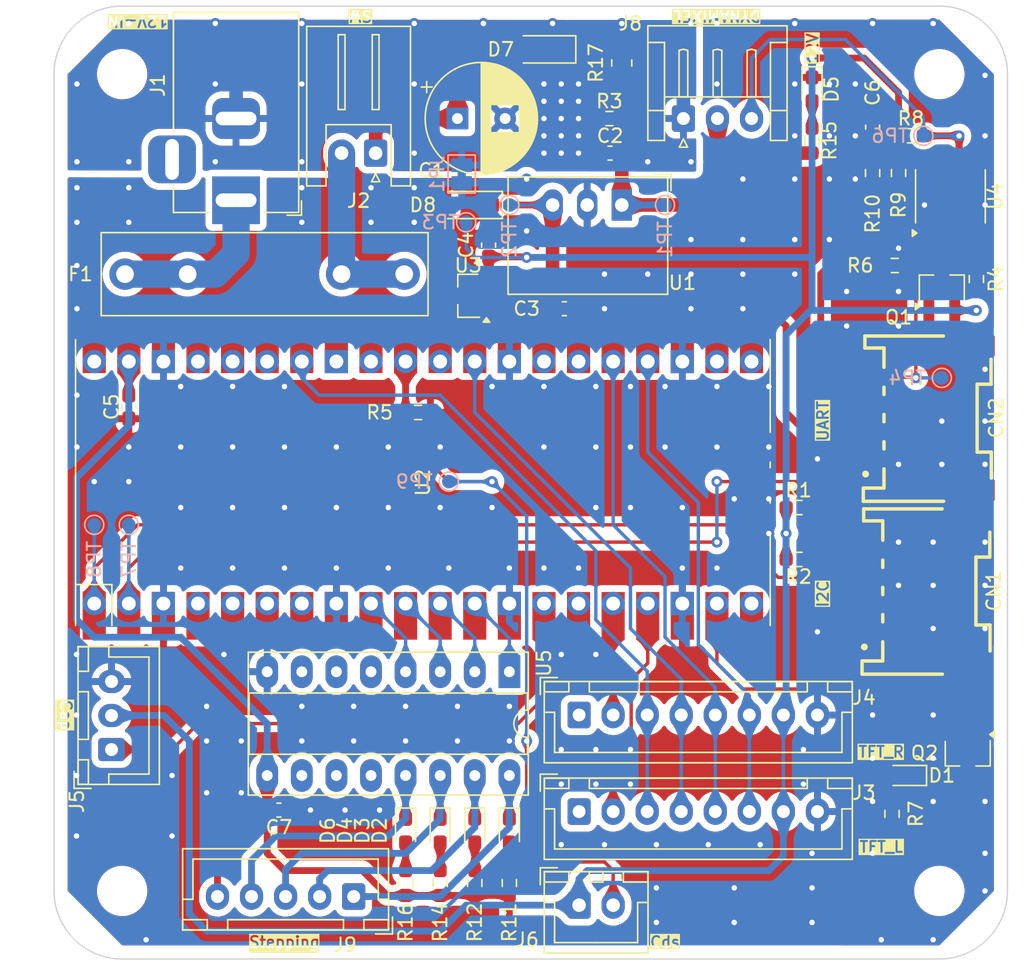
<source format=kicad_pcb>
(kicad_pcb (version 20240108) (generator "pcbnew") (generator_version "8.0")
  (layers (0 "F.Cu" signal) (31 "B.Cu" signal) (34 "B.Paste" user) (35 "F.Paste" user) (36 "B.SilkS" user "B.Silkscreen") (37 "F.SilkS" user "F.Silkscreen") (38 "B.Mask" user) (39 "F.Mask" user) (44 "Edge.Cuts" user))
  (net 0 "")
  (net 1 "+12V")
  (net 2 "Net-(D2-A)")
  (net 3 "+5V")
  (net 4 "M5_SCL")
  (net 5 "+3.3V")
  (net 6 "RST")
  (net 7 "DC")
  (net 8 "CS1")
  (net 9 "CS2")
  (net 10 "Cds")
  (net 11 "SDA")
  (net 12 "CLK")
  (net 13 "GND")
  (net 14 "Net-(D2-K)")
  (net 15 "Net-(F1-Pad1)")
  (net 16 "DebugLED")
  (net 18 "Capacitive")
  (net 19 "Net-(U4-RO)")
  (net 25 "Net-(D1-K)")
  (net 45 "Net-(D3-K)")
  (net 49 "M5_SDA")
  (net 50 "Net-(D1-A)")
  (net 51 "Net-(D3-A)")
  (net 52 "Net-(J2-Pin_2)")
  (net 53 "Net-(D4-K)")
  (net 56 "STS_Tx")
  (net 57 "Net-(Q1-B)")
  (net 58 "Net-(Q1-C)")
  (net 63 "Net-(D4-A)")
  (net 64 "Net-(D5-A)")
  (net 65 "Net-(D6-K)")
  (net 66 "Net-(D6-A)")
  (net 68 "Net-(J8-Pin_3)")
  (net 69 "Net-(U4-B)")
  (net 71 "STEP_IN1")
  (net 75 "STEP_IN2")
  (net 76 "STEP_IN3")
  (net 81 "STEP_IN4")
  (net 85 "Net-(D7-K)")
  (net 86 "Net-(D7-A)")
  (net 88 "GNDPWR")
  (footprint "Connector_BarrelJack:BarrelJack_Horizontal" (layer "F.Cu") (at 118.365 54.26 -90)
    (property "Reference" "J1")
    (property "Value" "Barrel_Jack_Switch")
  )
  (footprint "Package_TO_SOT_SMD:SC-59_Handsoldering" (layer "F.Cu") (at 172.085 94.87 -90)
    (property "Reference" "Q2")
    (property "Value" "DTD123Y")
  )
  (footprint "Resistor_SMD:R_0603_1608Metric_Pad0.98x0.95mm_HandSolder" (layer "F.Cu") (at 167.9175 49.53 180)
    (property "Reference" "R8")
    (property "Value" "10k")
  )
  (footprint "Capacitor_SMD:C_0603_1608Metric_Pad1.08x0.95mm_HandSolder" (layer "F.Cu") (at 165.1 48.895 -90)
    (property "Reference" "C6")
    (property "Value" "0.1μ 25V")
  )
  (footprint "Connector_JST:JST_XH_S2B-XH-A_1x02_P2.50mm_Horizontal" (layer "F.Cu") (at 128.611 50.8 180)
    (property "Reference" "J2")
    (property "Value" "Conn_01x02")
  )
  (footprint "Resistor_SMD:R_0603_1608Metric_Pad0.98x0.95mm_HandSolder" (layer "F.Cu") (at 165.1 52.2625 -90)
    (property "Reference" "R10")
    (property "Value" "2.2k")
  )
  (footprint "Resistor_SMD:R_0603_1608Metric_Pad0.98x0.95mm_HandSolder" (layer "F.Cu") (at 135.89 104.4175 90)
    (property "Reference" "R12")
    (property "Value" "470")
  )
  (footprint "Resistor_SMD:R_0603_1608Metric_Pad0.98x0.95mm_HandSolder" (layer "F.Cu") (at 160.655 49.8875 90)
    (property "Reference" "R15")
    (property "Value" "1k")
  )
  (footprint "Resistor_SMD:R_0603_1608Metric_Pad0.98x0.95mm_HandSolder" (layer "F.Cu") (at 166.7275 59.055)
    (property "Reference" "R6")
    (property "Value" "20k")
  )
  (footprint "LED_SMD:LED_0603_1608Metric_Pad1.05x0.95mm_HandSolder" (layer "F.Cu") (at 135.89 100.57 -90)
    (property "Reference" "D3")
    (property "Value" "LED_RED")
  )
  (footprint "Resistor_SMD:R_0603_1608Metric_Pad0.98x0.95mm_HandSolder" (layer "F.Cu") (at 159.6625 80.645)
    (property "Reference" "R2")
    (property "Value" "10k")
  )
  (footprint "Resistor_SMD:R_0603_1608Metric_Pad0.98x0.95mm_HandSolder" (layer "F.Cu") (at 131.7225 69.85)
    (property "Reference" "R5")
    (property "Value" "10k")
  )
  (footprint "mylibrary:CONN-SMD_HY2.0-4P" (layer "F.Cu") (at 168.275 82.965 90)
    (property "Reference" "CN1")
    (property "Value" "~")
  )
  (footprint "Connector_JST:JST_XH_B5B-XH-A_1x05_P2.50mm_Vertical" (layer "F.Cu") (at 127 105.41 180)
    (property "Reference" "J9")
    (property "Value" "Conn_01x05")
  )
  (footprint "LED_SMD:LED_0603_1608Metric_Pad1.05x0.95mm_HandSolder" (layer "F.Cu") (at 167.4 96.52 180)
    (property "Reference" "D1")
    (property "Value" "LED_WHITE")
  )
  (footprint "Connector_JST:JST_XH_B3B-XH-A_1x03_P2.50mm_Vertical" (layer "F.Cu") (at 109.22 94.615 90)
    (property "Reference" "J5")
    (property "Value" "Conn_01x03")
  )
  (footprint "Capacitor_SMD:C_0603_1608Metric_Pad1.08x0.95mm_HandSolder" (layer "F.Cu") (at 145.8225 50.8 180)
    (property "Reference" "C2")
    (property "Value" "0.1μ 25V")
  )
  (footprint "Resistor_SMD:R_0603_1608Metric_Pad0.98x0.95mm_HandSolder" (layer "F.Cu") (at 159.6625 76.835)
    (property "Reference" "R1")
    (property "Value" "10k")
  )
  (footprint "Capacitor_SMD:C_0603_1608Metric_Pad1.08x0.95mm_HandSolder" (layer "F.Cu") (at 136.906 57.5575 90)
    (property "Reference" "C4")
    (property "Value" "1μ 25V")
  )
  (footprint "Resistor_SMD:R_0603_1608Metric_Pad0.98x0.95mm_HandSolder" (layer "F.Cu") (at 138.43 104.4175 90)
    (property "Reference" "R11")
    (property "Value" "470")
  )
  (footprint "Capacitor_SMD:C_0603_1608Metric_Pad1.08x0.95mm_HandSolder" (layer "F.Cu") (at 121.5125 99.06 180)
    (property "Reference" "C7")
    (property "Value" "0.1μ 25V")
  )
  (footprint "LED_SMD:LED_0603_1608Metric_Pad1.05x0.95mm_HandSolder" (layer "F.Cu") (at 138.43 100.57 -90)
    (property "Reference" "D2")
    (property "Value" "LED_RED")
  )
  (footprint "Resistor_SMD:R_0603_1608Metric_Pad0.98x0.95mm_HandSolder" (layer "F.Cu") (at 167.005 52.2625 90)
    (property "Reference" "R9")
    (property "Value" "2.2k")
  )
  (footprint "Capacitor_SMD:C_0603_1608Metric_Pad1.08x0.95mm_HandSolder" (layer "F.Cu") (at 110.49 69.4425 90)
    (property "Reference" "C5")
    (property "Value" "0.1μ 25V")
  )
  (footprint "Converter_DCDC:Converter_DCDC_RECOM_R-78E-0.5_THT" (layer "F.Cu") (at 146.685 54.61 180)
    (property "Reference" "U1")
    (property "Value" "R-78C5.0-1.0")
  )
  (footprint "Package_TO_SOT_SMD:SOT-23_Handsoldering" (layer "F.Cu") (at 135.407 61.28 180)
    (property "Reference" "U3")
    (property "Value" "AP7333-33SGA")
  )
  (footprint "MountingHole:MountingHole_3.2mm_M3" (layer "F.Cu") (at 170 105 90)
    (property "Reference" "H3" (hide yes))
    (property "Value" "MountingHole")
  )
  (footprint "Diode_SMD:D_SOD-123F" (layer "F.Cu") (at 141.1 43.18 180)
    (property "Reference" "D7")
    (property "Value" "RB168MM-40")
  )
  (footprint "Resistor_SMD:R_0603_1608Metric_Pad0.98x0.95mm_HandSolder" (layer "F.Cu") (at 145.7725 48.26)
    (property "Reference" "R3")
    (property "Value" "2.2M")
  )
  (footprint "MountingHole:MountingHole_3.2mm_M3" (layer "F.Cu") (at 170 45 90)
    (property "Reference" "H4" (hide yes))
    (property "Value" "MountingHole")
  )
  (footprint "MountingHole:MountingHole_3.2mm_M3" (layer "F.Cu") (at 110 105 90)
    (property "Reference" "H1" (hide yes))
    (property "Value" "MountingHole")
  )
  (footprint "MountingHole:MountingHole_3.2mm_M3" (layer "F.Cu") (at 110 45 90)
    (property "Reference" "H2" (hide yes))
    (property "Value" "MountingHole")
  )
  (footprint "Connector_JST:JST_XH_B8B-XH-A_1x08_P2.50mm_Vertical" (layer "F.Cu") (at 143.55 92.075)
    (property "Reference" "J4")
    (property "Value" "st7735")
  )
  (footprint "Capacitor_SMD:C_0603_1608Metric_Pad1.08x0.95mm_HandSolder" (layer "F.Cu") (at 142.4675 62.23)
    (property "Reference" "C3")
    (property "Value" "1μ 25V")
  )
  (footprint "Connector_JST:JST_XH_B8B-XH-A_1x08_P2.50mm_Vertical" (layer "F.Cu") (at 143.55 99.17)
    (property "Reference" "J3")
    (property "Value" "st7735")
  )
  (footprint "Diode_SMD:D_SOD-123" (layer "F.Cu") (at 135.556 54.61 180)
    (property "Reference" "D8")
    (property "Value" "MMSZ4690T1G")
  )
  (footprint "Package_TO_SOT_SMD:SC-59_Handsoldering" (layer "F.Cu") (at 170.18 60.705 90)
    (property "Reference" "Q1")
    (property "Value" "2SA1162GR")
  )
  (footprint "Capacitor_THT:CP_Radial_D8.0mm_P3.50mm" (layer "F.Cu") (at 134.62 48.26)
    (property "Reference" "C1")
    (property "Value" "220μ50V")
  )
  (footprint "Resistor_SMD:R_0805_2012Metric_Pad1.20x1.40mm_HandSolder" (layer "F.Cu") (at 146.685 44.18 -90)
    (property "Reference" "R17")
    (property "Value" "10")
  )
  (footprint "Fuse:Fuseholder_Littelfuse_100_series_5x20mm" (layer "F.Cu") (at 110.211 59.69)
    (property "Reference" "F1")
    (property "Value" "Fuse_Small")
  )
  (footprint "Package_DIP:DIP-16_W7.62mm_Socket_LongPads" (layer "F.Cu") (at 138.43 88.9 -90)
    (property "Reference" "U5")
    (property "Value" "ULN2003A")
  )
  (footprint "LED_SMD:LED_0603_1608Metric_Pad1.05x0.95mm_HandSolder" (layer "F.Cu") (at 130.81 100.57 -90)
    (property "Reference" "D6")
    (property "Value" "LED_RED")
  )
  (footprint "Resistor_SMD:R_0603_1608Metric_Pad0.98x0.95mm_HandSolder" (layer "F.Cu") (at 172.72 60.0475 -90)
    (property "Reference" "R4")
    (property "Value" "7.5k")
  )
  (footprint "LED_SMD:LED_0603_1608Metric_Pad1.05x0.95mm_HandSolder" (layer "F.Cu") (at 160.655 46.115 -90)
    (property "Reference" "D5")
    (property "Value" "LED_BLUE")
  )
  (footprint "Resistor_SMD:R_0603_1608Metric_Pad0.98x0.95mm_HandSolder" (layer "F.Cu") (at 166.525 99.3375 90)
    (property "Reference" "R7")
    (property "Value" "330")
  )
  (footprint "RPi_Pico:RPi_Pico_SMD_TH" (layer "F.Cu") (at 132.08 75 90)
    (property "Reference" "U2")
    (property "Value" "Pico")
  )
  (footprint "mylibrary:CONN-SMD_HY2.0-4P" (layer "F.Cu") (at 168.365 70.265 90)
    (property "Reference" "CN2")
    (property "Value" "~")
  )
  (footprint "Connector_JST:JST_EH_S3B-EH_1x03_P2.50mm_Horizontal" (layer "F.Cu") (at 151.21 48.26)
    (property "Reference" "J8")
    (property "Value" "Conn_01x03")
  )
  (footprint "Connector_JST:JST_XH_B2B-XH-A_1x02_P2.50mm_Vertical" (layer "F.Cu") (at 143.55 106.045)
    (property "Reference" "J6")
    (property "Value" "Conn_01x02")
  )
  (footprint "Resistor_SMD:R_0603_1608Metric_Pad0.98x0.95mm_HandSolder" (layer "F.Cu") (at 130.81 104.4175 90)
    (property "Reference" "R16")
    (property "Value" "470")
  )
  (footprint "Resistor_SMD:R_0603_1608Metric_Pad0.98x0.95mm_HandSolder" (layer "F.Cu") (at 133.35 104.4175 90)
    (property "Reference" "R14")
    (property "Value" "470")
  )
  (footprint "Package_SO:SOP-8_3.9x4.9mm_P1.27mm" (layer "F.Cu") (at 170.815 53.975 90)
    (property "Reference" "U4")
    (property "Value" "MAX3485")
  )
  (footprint "LED_SMD:LED_0603_1608Metric_Pad1.05x0.95mm_HandSolder" (layer "F.Cu") (at 133.35 100.57 -90)
    (property "Reference" "D4")
    (property "Value" "LED_RED")
  )
  (footprint "TestPoint:TestPoint_Pad_D1.0mm" (layer "B.Cu") (at 149.86 54.61 180)
    (property "Reference" "TP1")
    (property "Value" "TestPoint_Small")
  )
  (footprint "TestPoint:TestPoint_Pad_D1.0mm" (layer "B.Cu") (at 107.95 78.105 180)
    (property "Reference" "TP8")
    (property "Value" "TestPoint_Small")
  )
  (footprint "TestPoint:TestPoint_Pad_D1.0mm" (layer "B.Cu") (at 135.255 55.88 180)
    (property "Reference" "TP3")
    (property "Value" "TestPoint_Small")
  )
  (footprint "TestPoint:TestPoint_Pad_D1.0mm" (layer "B.Cu") (at 110.49 78.105 180)
    (property "Reference" "TP7")
    (property "Value" "TestPoint_Small")
  )
  (footprint "TestPoint:TestPoint_Pad_D1.0mm" (layer "B.Cu") (at 168.829 49.53 180)
    (property "Reference" "TP6")
    (property "Value" "TestPoint_Small")
  )
  (footprint "TestPoint:TestPoint_Pad_D1.0mm" (layer "B.Cu") (at 170.18 67.31 180)
    (property "Reference" "TP4")
    (property "Value" "TestPoint_Small")
  )
  (footprint "Jumper:SolderJumper-2_P1.3mm_Bridged_Pad1.0x1.5mm" (layer "B.Cu") (at 134.93 52.339 -90)
    (property "Reference" "JP1")
    (property "Value" "Jumper_2_Bridged")
  )
  (footprint "TestPoint:TestPoint_Pad_D1.0mm" (layer "B.Cu") (at 133.985 74.93 180)
    (property "Reference" "TP9")
    (property "Value" "TestPoint_Small")
  )
  (footprint "TestPoint:TestPoint_Pad_D1.0mm" (layer "B.Cu") (at 138.43 54.61 180)
    (property "Reference" "TP2")
    (property "Value" "TestPoint_Small")
  )
  (gr_line (start 105 45) (end 105 105) (stroke (width 0.1)) (layer "Edge.Cuts"))
  (gr_arc (start 175 105) (mid 173.535534 108.535534) (end 170 110) (stroke (width 0.1)) (layer "Edge.Cuts"))
  (gr_arc (start 105 45) (mid 106.464466 41.464466) (end 110 40) (stroke (width 0.1)) (layer "Edge.Cuts"))
  (gr_arc (start 110 110) (mid 106.464466 108.535534) (end 105 105) (stroke (width 0.1)) (layer "Edge.Cuts"))
  (gr_line (start 110 110) (end 170 110) (stroke (width 0.1)) (layer "Edge.Cuts"))
  (gr_line (start 170 40) (end 110 40) (stroke (width 0.1)) (layer "Edge.Cuts"))
  (gr_arc (start 170 40) (mid 173.535534 41.464466) (end 175 45) (stroke (width 0.1)) (layer "Edge.Cuts"))
  (gr_line (start 175 105) (end 175 45) (stroke (width 0.1)) (layer "Edge.Cuts"))
  (gr_text "12V" (at 161.163 44.323 90) (layer "F.SilkS" knockout) (effects (font (size 0.8 0.8)) (justify left bottom)))
  (gr_text "DYNAMIXEL" (at 153.67 40.259 180) (layer "F.SilkS" knockout) (effects (font (size 0.8 0.8)) (justify bottom)))
  (gr_text "UART" (at 161.925 70.485 90) (layer "F.SilkS" knockout) (effects (font (size 0.8 0.8)) (justify bottom)))
  (gr_text "I2C" (at 161.925 83.185 90) (layer "F.SilkS" knockout) (effects (font (size 0.8 0.8)) (justify bottom)))
  (gr_text "SW" (at 127.508 40.259 180) (layer "F.SilkS" knockout) (effects (font (size 0.8 0.8)) (justify bottom)))
  (gr_text "TFT_R" (at 165.735 95.25 0) (layer "F.SilkS" knockout) (effects (font (size 0.8 0.8)) (justify bottom)))
  (gr_text "Cap" (at 105.41 92.075 -90) (layer "F.SilkS" knockout) (effects (font (size 0.8 0.8)) (justify bottom)))
  (gr_text "Cds" (at 149.86 109.22 0) (layer "F.SilkS" knockout) (effects (font (size 0.8 0.8)) (justify bottom)))
  (gr_text "12V-IN" (at 111.125 40.64 180) (layer "F.SilkS" knockout) (effects (font (size 0.8 0.8)) (justify bottom)))
  (gr_text "Stepping" (at 121.92 109.22 0) (layer "F.SilkS" knockout) (effects (font (size 0.8 0.8)) (justify bottom)))
  (gr_text "TFT_L" (at 165.735 102.235 0) (layer "F.SilkS" knockout) (effects (font (size 0.8 0.8)) (justify bottom)))
  (segment (start 153.71 50.8) (end 153.71 54.61) (width 1) (layer "F.Cu") (net 1))
  (segment (start 146.685 54.61) (end 153.71 54.61) (width 1) (layer "F.Cu") (net 1))
  (segment (start 153.71 48.26) (end 153.71 50.8) (width 1) (layer "F.Cu") (net 1))
  (segment (start 146.685 54.61) (end 146.685 45.18) (width 1) (layer "F.Cu") (net 1))
  (segment (start 160.655 50.8) (end 153.71 50.8) (width 1) (layer "F.Cu") (net 1))
  (segment (start 146.685 54.61) (end 149.86 54.61) (width 0.5) (layer "B.Cu") (net 1))
  (segment (start 138.43 101.445) (end 138.43 103.505) (width 0.5) (layer "F.Cu") (net 2))
  (segment (start 139.62 108.505) (end 162.005 108.505) (width 0.5) (layer "F.Cu") (net 3))
  (segment (start 164.465 71.265) (end 167.15 71.265) (width 0.5) (layer "F.Cu") (net 3))
  (segment (start 120.65 102.235) (end 121.92 103.505) (width 0.5) (layer "F.Cu") (net 3))
  (segment (start 135.89 105.33) (end 138.43 105.33) (width 0.5) (layer "F.Cu") (net 3))
  (segment (start 117 100.17) (end 117 105.41) (width 0.5) (layer "F.Cu") (net 3))
  (segment (start 158.75 63.5) (end 156.21 60.96) (width 0.5) (layer "F.Cu") (net 3))
  (segment (start 167.15 71.265) (end 168.275 72.39) (width 0.5) (layer "F.Cu") (net 3))
  (segment (start 132.715 62.865) (end 111.125 62.865) (width 0.5) (layer "F.Cu") (net 3))
  (segment (start 130.81 105.33) (end 133.35 105.33) (width 0.5) (layer "F.Cu") (net 3))
  (segment (start 168.275 72.39) (end 168.275 83.185) (width 0.5) (layer "F.Cu") (net 3))
  (segment (start 133.35 62.23) (end 132.715 62.865) (width 0.5) (layer "F.Cu") (net 3))
  (segment (start 133.35 105.33) (end 135.89 105.33) (width 0.5) (layer "F.Cu") (net 3))
  (segment (start 111.125 62.865) (end 110.49 63.5) (width 0.5) (layer "F.Cu") (net 3))
  (segment (start 142.875 60.96) (end 141.605 62.23) (width 0.5) (layer "F.Cu") (net 3))
  (segment (start 137.206 54.61) (end 141.605 54.61) (width 0.5) (layer "F.Cu") (net 3))
  (segment (start 166.525 103.985) (end 166.525 100.25) (width 0.5) (layer "F.Cu") (net 3))
  (segment (start 120.65 99.06) (end 120.65 102.235) (width 0.5) (layer "F.Cu") (net 3))
  (segment (start 129.46 105.33) (end 130.81 105.33) (width 0.5) (layer "F.Cu") (net 3))
  (segment (start 168.275 83.185) (end 167.495 83.965) (width 0.5) (layer "F.Cu") (net 3))
  (segment (start 110.49 66.11) (end 110.49 68.58) (width 0.5) (layer "F.Cu") (net 3))
  (segment (start 121.92 103.505) (end 127.635 103.505) (width 0.5) (layer "F.Cu") (net 3))
  (segment (start 118.11 99.06) (end 117 100.17) (width 0.5) (layer "F.Cu") (net 3))
  (segment (start 120.65 96.52) (end 120.65 99.06) (width 0.5) (layer "F.Cu") (net 3))
  (segment (start 138.43 105.33) (end 138.43 107.315) (width 0.5) (layer "F.Cu") (net 3))
  (segment (start 120.65 99.06) (end 118.11 99.06) (width 0.5) (layer "F.Cu") (net 3))
  (segment (start 127.635 103.505) (end 129.46 105.33) (width 0.5) (layer "F.Cu") (net 3))
  (segment (start 160.165 71.265) (end 158.75 69.85) (width 0.5) (layer "F.Cu") (net 3))
  (segment (start 158.75 69.85) (end 158.75 63.5) (width 0.5) (layer "F.Cu") (net 3))
  (segment (start 138.43 107.315) (end 139.62 108.505) (width 0.5) (layer "F.Cu") (net 3))
  (segment (start 141.605 62.23) (end 133.35 62.23) (width 0.5) (layer "F.Cu") (net 3))
  (segment (start 156.21 60.96) (end 142.875 60.96) (width 0.5) (layer "F.Cu") (net 3))
  (segment (start 164.465 71.265) (end 160.165 71.265) (width 0.5) (layer "F.Cu") (net 3))
  (segment (start 167.495 83.965) (end 164.375 83.965) (width 0.5) (layer "F.Cu") (net 3))
  (segment (start 141.605 54.61) (end 141.605 62.23) (width 1) (layer "F.Cu") (net 3))
  (segment (start 110.49 63.5) (end 110.49 66.11) (width 0.5) (layer "F.Cu") (net 3))
  (segment (start 162.005 108.505) (end 166.525 103.985) (width 0.5) (layer "F.Cu") (net 3))
  (segment (start 106.65 74.6425) (end 106.65 85.061739) (width 0.5) (layer "B.Cu") (net 3))
  (segment (start 138.43 54.61) (end 141.605 54.61) (width 0.25) (layer "B.Cu") (net 3))
  (segment (start 120.65 92.71) (end 120.65 96.52) (width 0.5) (layer "B.Cu") (net 3))
  (segment (start 110.49 70.8025) (end 106.65 74.6425) (width 0.5) (layer "B.Cu") (net 3))
  (segment (start 106.65 85.061739) (end 107.948261 86.36) (width 0.5) (layer "B.Cu") (net 3))
  (segment (start 110.49 66.11) (end 110.49 70.8025) (width 0.5) (layer "B.Cu") (net 3))
  (segment (start 107.948261 86.36) (end 114.3 86.36) (width 0.5) (layer "B.Cu") (net 3))
  (segment (start 114.3 86.36) (end 120.65 92.71) (width 0.5) (layer "B.Cu") (net 3))
  (segment (start 153.67 74.93) (end 159.94 74.93) (width 0.25) (layer "F.Cu") (net 4))
  (segment (start 160.575 75.565) (end 160.575 79.24625) (width 0.25) (layer "F.Cu") (net 4))
  (segment (start 112.395 79.375) (end 110.49 81.28) (width 0.25) (layer "F.Cu") (net 4))
  (segment (start 159.94 74.93) (end 160.575 75.565) (width 0.25) (layer "F.Cu") (net 4))
  (segment (start 161.29375 79.965) (end 164.375 79.965) (width 0.25) (layer "F.Cu") (net 4))
  (segment (start 160.575 79.24625) (end 161.29375 79.965) (width 0.25) (layer "F.Cu") (net 4))
  (segment (start 110.49 81.28) (end 110.49 83.89) (width 0.25) (layer "F.Cu") (net 4))
  (segment (start 153.67 79.375) (end 112.395 79.375) (width 0.25) (layer "F.Cu") (net 4))
  (via (at 153.67 79.375) (size 0.8) (drill 0.4) (layers "F.Cu" "B.Cu") (net 4))
  (via (at 153.67 74.93) (size 0.8) (drill 0.4) (layers "F.Cu" "B.Cu") (net 4))
  (segment (start 110.49 78.105) (end 110.49 83.89) (width 0.25) (layer "B.Cu") (net 4))
  (segment (start 153.67 74.93) (end 153.67 79.375) (width 0.25) (layer "B.Cu") (net 4))
  (segment (start 136.906 58.42) (end 136.906 60.33) (width 0.5) (layer "F.Cu") (net 5))
  (segment (start 139.66 58.42) (end 136.906 58.42) (width 0.5) (layer "F.Cu") (net 5))
  (segment (start 164.465 43.815) (end 167.005 46.355) (width 0.5) (layer "F.Cu") (net 5))
  (segment (start 139.7 58.46) (end 139.66 58.42) (width 0.5) (layer "F.Cu") (net 5))
  (segment (start 158.75 76.835) (end 158.75 78.74) (width 0.5) (layer "F.Cu") (net 5))
  (segment (start 160.655 43.815) (end 164.465 43.815) (width 0.5) (layer "F.Cu") (net 5))
  (segment (start 171.13 62.355) (end 172.72 62.355) (width 0.5) (layer "F.Cu") (net 5))
  (segment (start 167.005 46.355) (end 167.005 49.53) (width 0.5) (layer "F.Cu") (net 5))
  (segment (start 165.1 48.0325) (end 167.005 48.0325) (width 0.5) (layer "F.Cu") (net 5))
  (segment (start 167.005 51.35) (end 168.91 51.35) (width 0.5) (layer "F.Cu") (net 5))
  (segment (start 167.005 48.78125) (end 167.005 51.35) (width 0.5) (layer "F.Cu") (net 5))
  (segment (start 158.75 78.74) (end 158.75 80.645) (width 0.5) (layer "F.Cu") (net 5))
  (via (at 160.655 43.815) (size 0.8) (drill 0.4) (layers "F.Cu" "B.Cu") (net 5))
  (via (at 172.72 62.355) (size 0.8) (drill 0.4) (layers "F.Cu" "B.Cu") (net 5))
  (via (at 158.75 78.74) (size 0.8) (drill 0.4) (layers "F.Cu" "B.Cu") (net 5))
  (via (at 139.7 58.46) (size 0.8) (drill 0.4) (layers "F.Cu" "B.Cu") (net 5))
  (segment (start 160.78 62.355) (end 160.655 62.23) (width 0.5) (layer "B.Cu") (net 5))
  (segment (start 172.72 62.355) (end 160.78 62.355) (width 0.5) (layer "B.Cu") (net 5))
  (segment (start 133.35 107.95) (end 135.255 106.045) (width 0.5) (layer "B.Cu") (net 5))
  (segment (start 158.55 102.435) (end 157.48 103.505) (width 0.5) (layer "B.Cu") (net 5))
  (segment (start 139.7 58.46) (end 160.615 58.46) (width 0.5) (layer "B.Cu") (net 5))
  (segment (start 158.75 91.875) (end 158.55 92.075) (width 0.5) (layer "B.Cu") (net 5))
  (segment (start 109.22 92.115) (end 113.07 92.115) (width 0.5) (layer "B.Cu") (net 5))
  (segment (start 116.205 107.95) (end 133.35 107.95) (width 0.5) (layer "B.Cu") (net 5))
  (segment (start 158.55 92.075) (end 158.55 99.17) (width 0.25) (layer "B.Cu") (net 5))
  (segment (start 114.935 106.68) (end 116.205 107.95) (width 0.5) (layer "B.Cu") (net 5))
  (segment (start 158.55 99.17) (end 158.55 102.435) (width 0.5) (layer "B.Cu") (net 5))
  (segment (start 160.615 58.46) (end 160.655 58.42) (width 0.5) (layer "B.Cu") (net 5))
  (segment (start 158.75 73.66) (end 158.75 80.645) (width 0.5) (layer "B.Cu") (net 5))
  (segment (start 135.93 58.46) (end 135.255 57.785) (width 0.25) (layer "B.Cu") (net 5))
  (segment (start 158.75 64.135) (end 160.655 62.23) (width 0.5) (layer "B.Cu") (net 5))
  (segment (start 157.48 103.505) (end 144.145 103.505) (width 0.5) (layer "B.Cu") (net 5))
  (segment (start 113.07 92.115) (end 114.935 93.98) (width 0.5) (layer "B.Cu") (net 5))
  (segment (start 114.935 93.98) (end 114.935 106.68) (width 0.5) (layer "B.Cu") (net 5))
  (segment (start 143.55 104.1) (end 143.55 106.045) (width 0.5) (layer "B.Cu") (net 5))
  (segment (start 158.75 73.66) (end 158.75 64.135) (width 0.5) (layer "B.Cu") (net 5))
  (segment (start 144.145 103.505) (end 143.55 104.1) (width 0.5) (layer "B.Cu") (net 5))
  (segment (start 135.255 106.045) (end 143.55 106.045) (width 0.5) (layer "B.Cu") (net 5))
  (segment (start 160.655 43.815) (end 160.655 58.42) (width 0.5) (layer "B.Cu") (net 5))
  (segment (start 135.255 57.785) (end 135.255 55.88) (width 0.25) (layer "B.Cu") (net 5))
  (segment (start 160.655 58.42) (end 160.655 62.23) (width 0.5) (layer "B.Cu") (net 5))
  (segment (start 158.75 80.645) (end 158.75 91.875) (width 0.5) (layer "B.Cu") (net 5))
  (segment (start 139.7 58.46) (end 135.93 58.46) (width 0.25) (layer "B.Cu") (net 5))
  (segment (start 147.32 85.725) (end 147.32 81.28) (width 0.25) (layer "B.Cu") (net 6))
  (segment (start 147.32 81.28) (end 135.89 69.85) (width 0.25) (layer "B.Cu") (net 6))
  (segment (start 151.05 92.075) (end 151.05 99.17) (width 0.25) (layer "B.Cu") (net 6))
  (segment (start 151.05 89.455) (end 147.32 85.725) (width 0.25) (layer "B.Cu") (net 6))
  (segment (start 135.89 69.85) (end 135.89 66.11) (width 0.25) (layer "B.Cu") (net 6))
  (segment (start 151.05 92.075) (end 151.05 89.455) (width 0.25) (layer "B.Cu") (net 6))
  (segment (start 148.59 92.035) (end 148.55 92.075) (width 0.25) (layer "F.Cu") (net 7))
  (segment (start 144.78 80.01) (end 133.35 68.58) (width 0.25) (layer "B.Cu") (net 7))
  (segment (start 133.35 68.58) (end 124.46 68.58) (width 0.25) (layer "B.Cu") (net 7))
  (segment (start 148.55 92.075) (end 148.55 99.17) (width 0.25) (layer "B.Cu") (net 7))
  (segment (start 148.55 92.075) (end 148.55 88.86) (width 0.25) (layer "B.Cu") (net 7))
  (segment (start 124.46 68.58) (end 123.19 67.31) (width 0.25) (layer "B.Cu") (net 7))
  (segment (start 144.78 85.09) (end 144.78 80.01) (width 0.25) (layer "B.Cu") (net 7))
  (segment (start 123.19 67.31) (end 123.19 66.11) (width 0.25) (layer "B.Cu") (net 7))
  (segment (start 148.55 88.86) (end 144.78 85.09) (width 0.25) (layer "B.Cu") (net 7))
  (segment (start 146.05 94.615) (end 146.05 99.17) (width 0.25) (layer "F.Cu") (net 8))
  (segment (start 147.375 89.48) (end 147.375 93.29) (width 0.25) (layer "F.Cu") (net 8))
  (segment (start 147.375 93.29) (end 146.05 94.615) (width 0.25) (layer "F.Cu") (net 8))
  (segment (start 148.59 83.89) (end 148.59 88.265) (width 0.25) (layer "F.Cu") (net 8))
  (segment (start 148.59 88.265) (end 147.375 89.48) (width 0.25) (layer "F.Cu") (net 8))
  (segment (start 146.05 92.075) (end 146.05 83.89) (width 0.25) (layer "F.Cu") (net 9))
  (segment (start 137.16 74.93) (end 133.985 74.93) (width 0.25) (layer "F.Cu") (net 10))
  (segment (start 130.81 71.755) (end 130.81 69.85) (width 0.25) (layer "F.Cu") (net 10))
  (segment (start 133.985 74.93) (end 130.81 71.755) (width 0.25) (layer "F.Cu") (net 10))
  (segment (start 145.415 102.87) (end 146.05 103.505) (width 0.25) (layer "F.Cu") (net 10))
  (segment (start 146.05 103.505) (end 146.05 106.045) (width 0.25) (layer "F.Cu") (net 10))
  (segment (start 139.7 93.98) (end 139.7 101.6) (width 0.25) (layer "F.Cu") (net 10))
  (segment (start 130.81 66.11) (end 130.81 69.85) (width 0.5) (layer "F.Cu") (net 10))
  (segment (start 140.97 102.87) (end 145.415 102.87) (width 0.25) (layer "F.Cu") (net 10))
  (segment (start 139.7 101.6) (end 140.97 102.87) (width 0.25) (layer "F.Cu") (net 10))
  (via (at 137.16 74.93) (size 0.8) (drill 0.4) (layers "F.Cu" "B.Cu") (net 10))
  (via (at 139.7 93.98) (size 0.8) (drill 0.4) (layers "F.Cu" "B.Cu") (net 10))
  (segment (start 139.7 93.98) (end 139.7 77.47) (width 0.25) (layer "B.Cu") (net 10))
  (segment (start 133.985 74.93) (end 137.16 74.93) (width 0.25) (layer "B.Cu") (net 10))
  (segment (start 139.7 77.47) (end 137.16 74.93) (width 0.25) (layer "B.Cu") (net 10))
  (segment (start 146.05 78.105) (end 146.05 66.11) (width 0.25) (layer "B.Cu") (net 11))
  (segment (start 153.55 92.075) (end 153.55 90.05) (width 0.25) (layer "B.Cu") (net 11))
  (segment (start 153.55 90.05) (end 149.86 86.36) (width 0.25) (layer "B.Cu") (net 11))
  (segment (start 153.55 92.075) (end 153.55 99.17) (width 0.25) (layer "B.Cu") (net 11))
  (segment (start 149.86 81.915) (end 146.05 78.105) (width 0.25) (layer "B.Cu") (net 11))
  (segment (start 149.86 86.36) (end 149.86 81.915) (width 0.25) (layer "B.Cu") (net 11))
  (segment (start 156.05 92.075) (end 156.05 90.645) (width 0.25) (layer "B.Cu") (net 12))
  (segment (start 156.05 92.075) (end 156.05 99.17) (width 0.25) (layer "B.Cu") (net 12))
  (segment (start 152.305 76.475) (end 148.59 72.76) (width 0.25) (layer "B.Cu") (net 12))
  (segment (start 156.05 90.645) (end 152.305 86.9) (width 0.25) (layer "B.Cu") (net 12))
  (segment (start 152.305 86.9) (end 152.305 76.475) (width 0.25) (layer "B.Cu") (net 12))
  (segment (start 148.59 72.76) (end 148.59 66.11) (width 0.25) (layer "B.Cu") (net 12))
  (segment (start 144.145 54.61) (end 144.145 57.15) (width 0.5) (layer "F.Cu") (net 13))
  (segment (start 138.43 69.215) (end 138.43 66.11) (width 0.5) (layer "F.Cu") (net 13))
  (segment (start 133.906 54.61) (end 133.906 56.695) (width 0.5) (layer "F.Cu") (net 13))
  (segment (start 113.03 83.89) (end 113.03 88.9) (width 0.5) (layer "F.Cu") (net 13))
  (segment (start 145.415 58.42) (end 144.145 57.15) (width 0.5) (layer "F.Cu") (net 13))
  (segment (start 162.56 45.24) (end 162.56 51.35) (width 0.5) (layer "F.Cu") (net 13))
  (segment (start 164.375 85.965) (end 161.05 85.965) (width 0.5) (layer "F.Cu") (net 13))
  (segment (start 109.22 89.615) (end 112.315 89.615) (width 0.5) (layer "F.Cu") (net 13))
  (segment (start 106.65 70.305) (end 106.65 100.965) (width 0.5) (layer "F.Cu") (net 13))
  (segment (start 151.13 81.28) (end 113.03 81.28) (width 0.5) (layer "F.Cu") (net 13))
  (segment (start 145.415 59.69) (end 145.415 58.42) (width 0.5) (layer "F.Cu") (net 13))
  (segment (start 133.906 56.695) (end 136.906 56.695) (width 0.5) (layer "F.Cu") (net 13))
  (segment (start 133.906 61.28) (end 133.906 56.695) (width 0.5) (layer "F.Cu") (net 13))
  (segment (start 110.49 70.305) (end 106.65 70.305) (width 0.5) (layer "F.Cu") (net 13))
  (segment (start 138.43 83.89) (end 138.43 81.28) (width 0.5) (layer "F.Cu") (net 13))
  (segment (start 151.13 81.28) (end 151.13 83.89) (width 0.5) (layer "F.Cu") (net 13))
  (segment (start 161.05 94.855) (end 161.05 99.17) (width 0.5) (layer "F.Cu") (net 13))
  (segment (start 172.72 53.3925) (end 171.5025 54.61) (width 0.5) (layer "F.Cu") (net 13))
  (segment (start 162.56 51.35) (end 162.56 54.61) (width 0.5) (layer "F.Cu") (net 13))
  (segment (start 162.685 93.22) (end 161.05 94.855) (width 0.5) (layer "F.Cu") (net 13))
  (segment (start 110.49 70.305) (end 113.03 70.305) (width 0.5) (layer "F.Cu") (net 13))
  (segment (start 143.33 62.23) (end 145.415 62.23) (width 0.5) (layer "F.Cu") (net 13))
  (segment (start 113.03 88.9) (end 120.65 88.9) (width 0.5) (layer "F.Cu") (net 13))
  (segment (start 151.13 85.5) (end 151.13 83.89) (width 0.25) (layer "F.Cu") (net 13))
  (segment (start 165.1 49.7575) (end 165.1 51.35) (width 0.5) (layer "F.Cu") (net 13))
  (segment (start 172.72 51.35) (end 172.72 53.3925) (width 0.5) (layer "F.Cu") (net 13))
  (segment (start 113.03 81.28) (end 113.03 83.89) (width 0.5) (layer "F.Cu") (net 13))
  (segment (start 145.415 58.42) (end 158.75 58.42) (width 0.5) (layer "F.Cu") (net 13))
  (segment (start 137.795 69.85) (end 138.43 69.215) (width 0.5) (layer "F.Cu") (net 13))
  (segment (start 171.135 93.22) (end 162.685 93.22) (width 0.5) (layer "F.Cu") (net 13))
  (segment (start 125.73 83.89) (end 125.73 81.28) (width 0.5) (layer "F.Cu") (net 13))
  (segment (start 160.655 45.24) (end 162.56 45.24) (width 0.5) (layer "F.Cu") (net 13))
  (segment (start 164.465 73.265) (end 161.05 73.265) (width 0.5) (layer "F.Cu") (net 13))
  (segment (start 113.03 70.305) (end 113.03 66.11) (width 0.5) (layer "F.Cu") (net 13))
  (segment (start 158.75 58.42) (end 162.56 54.61) (width 0.5) (layer "F.Cu") (net 13))
  (segment (start 112.315 89.615) (end 113.03 88.9) (width 0.5) (layer "F.Cu") (net 13))
  (segment (start 165.1 51.35) (end 162.56 51.35) (width 0.5) (layer "F.Cu") (net 13))
  (segment (start 132.635 69.85) (end 137.795 69.85) (width 0.5) (layer "F.Cu") (net 13))
  (segment (start 171.5025 54.61) (end 162.56 54.61) (width 0.5) (layer "F.Cu") (net 13))
  (via (at 173.355 66.675) (size 0.8) (drill 0.4) (layers "F.Cu" "B.Cu") (net 13))
  (via (at 161.925 49.53) (size 0.8) (drill 0.4) (layers "F.Cu" "B.Cu") (net 13))
  (via (at 157.48 72.39) (size 0.8) (drill 0.4) (layers "F.Cu" "B.Cu") (net 13))
  (via (at 169.545 92.075) (size 0.8) (drill 0.4) (layers "F.Cu" "B.Cu") (net 13))
  (via (at 129.54 72.39) (size 0.8) (drill 0.4) (layers "F.Cu" "B.Cu") (net 13))
  (via (at 157.48 67.945) (size 0.8) (drill 0.4) (layers "F.Cu" "B.Cu") (net 13))
  (via (at 147.32 97.155) (size 0.8) (drill 0.4) (layers "F.Cu" "B.Cu") (net 13))
  (via (at 155.575 52.705) (size 0.8) (drill 0.4) (layers "F.Cu" "B.Cu") (net 13))
  (via (at 110.49 53.34) (size 0.8) (drill 0.4) (layers "F.Cu" "B.Cu") (net 13))
  (via (at 167.005 79.375) (size 0.8) (drill 0.4) (layers "F.Cu" "B.Cu") (net 13))
  (via (at 160.02 94.615) (size 0.8) (drill 0.4) (layers "F.Cu" "B.Cu") (net 13))
  (via (at 157.48 78.74) (size 0.8) (drill 0.4) (layers "F.Cu" "B.Cu") (net 13))
  (via (at 123.19 55.88) (size 0.8) (drill 0.4) (layers "F.Cu" "B.Cu") (net 13))
  (via (at 149.86 67.945) (size 0.8) (drill 0.4) (layers "F.Cu" "B.Cu") (net 13))
  (via (at 148.59 59.69) (size 0.8) (drill 0.4) (layers "F.Cu" "B.Cu") (net 13))
  (via (at 173.355 70.485) (size 0.8) (drill 0.4) (layers "F.Cu" "B.Cu") (net 13))
  (via (at 173.355 79.375) (size 0.8) (drill 0.4) (layers "F.Cu" "B.Cu") (net 13))
  (via (at 116.205 91.44) (size 0.8) (drill 0.4) (layers "F.Cu" "B.Cu") (net 13))
  (via (at 134.62 93.98) (size 0.8) (drill 0.4) (layers "F.Cu" "B.Cu") (net 13))
  (via (at 140.97 72.39) (size 0.8) (drill 0.4) (layers "F.Cu" "B.Cu") (net 13))
  (via (at 163.195 63.5) (size 0.8) (drill 0.4) (layers "F.Cu" "B.Cu") (net 13))
  (via (at 160.655 102.235) (size 0.8) (drill 0.4) (layers "F.Cu" "B.Cu") (net 13))
  (via (at 161.925 57.15) (size 0.8) (drill 0.4) (layers "F.Cu" "B.Cu") (net 13))
  (via (at 125.73 81.28) (size 0.8) (drill 0.4) (layers "F.Cu" "B.Cu") (net 13))
  (via (at 165.1 102.235) (size 0.8) (drill 0.4) (layers "F.Cu" "B.Cu") (net 13))
  (via (at 116.205 93.98) (size 0.8) (drill 0.4) (layers "F.Cu" "B.Cu") (net 13))
  (via (at 145.415 101.6) (size 0.8) (drill 0.4) (layers "F.Cu" "B.Cu") (net 13))
  (via (at 118.11 76.835) (size 0.8) (drill 0.4) (layers "F.Cu" "B.Cu") (net 13))
  (via (at 145.415 59.69) (size 0.8) (drill 0.4) (layers "F.Cu" "B.Cu") (net 13))
  (via (at 106.65 96.52) (size 0.8) (drill 0.4) (layers "F.Cu" "B.Cu") (net 13))
  (via (at 133.35 72.39) (size 0.8) (drill 0.4) (layers "F.Cu" "B.Cu") (net 13))
  (via (at 134.62 91.44) (size 0.8) (drill 0.4) (layers "F.Cu" "B.Cu") (net 13))
  (via (at 169.545 79.375) (size 0.8) (drill 0.4) (layers "F.Cu" "B.Cu") (net 13))
  (via (at 167.005 73.66) (size 0.8) (drill 0.4) (layers "F.Cu" "B.Cu") (net 13))
  (via (at 173.355 54.61) (size 0.8) (drill 0.4) (layers "F.Cu" "B.Cu") (net 13))
  (via (at 160.02 97.155) (size 0.8) (drill 0.4) (layers "F.Cu" "B.Cu") (net 13))
  (via (at 160.655 104.775) (size 0.8) (drill 0.4) (layers "F.Cu" "B.Cu") (net 13))
  (via (at 144.78 72.39) (size 0.8) (drill 0.4) (layers "F.Cu" "B.Cu") (net 13))
  (via (at 173.355 85.725) (size 0.8) (drill 0.4) (layers "F.Cu" "B.Cu") (net 13))
  (via (at 155.575 59.69) (size 0.8) (drill 0.4) (layers "F.Cu" "B.Cu") (net 13))
  (via (at 123.19 91.44) (size 0.8) (drill 0.4) (layers "F.Cu" "B.Cu") (net 13))
  (via (at 140.97 67.945) (size 0.8) (drill 0.4) (layers "F.Cu" "B.Cu") (net 13))
  (via (at 114.3 72.39) (size 0.8) (drill 0.4) (layers "F.Cu" "B.Cu") (net 13))
  (via (at 111.76 108.585) (size 0.8) (drill 0.4) (layers "F.Cu" "B.Cu") (net 13))
  (via (at 165.1 95.25) (size 0.8) (drill 0.4) (layers "F.Cu" "B.Cu") (net 13))
  (via (at 107.95 74.93) (size 0.8) (drill 0.4) (layers "F.Cu" "B.Cu") (net 13))
  (via (at 116.205 97.79) (size 0.8) (drill 0.4) (layers "F.Cu" "B.Cu") (net 13))
  (via (at 113.665 100.965) (size 0.8) (drill 0.4) (layers "F.Cu" "B.Cu") (net 13))
  (via (at 173.355 73.66) (size 0.8) (drill 0.4) (layers "F.Cu" "B.Cu") (net 13))
  (via (at 106.65 92.075) (size 0.8) (drill 0.4) (layers "F.Cu" "B.Cu") (net 13))
  (via (at 167.005 63.5) (size 0.8) (drill 0.4) (layers "F.Cu" "B.Cu") (net 13))
  (via (at 144.78 67.945) (size 0.8) (drill 0.4) (layers "F.Cu" "B.Cu") (net 13))
  (via (at 173.355 49.53) (size 0.8) (drill 0.4) (layers "F.Cu" "B.Cu") (net 13))
  (via (at 167.005 60.96) (size 0.8) (drill 0.4) (layers "F.Cu" "B.Cu") (net 13))
  (via (at 121.92 81.28) (size 0.8) (drill 0.4) (layers "F.Cu" "B.Cu") (net 13))
  (via (at 154.94 76.2) (size 0.8) (drill 0.4) (layers "F.Cu" "B.Cu") (net 13))
  (via (at 159.385 57.15) (size 0.8) (drill 0.4) (layers "F.Cu" "B.Cu") (net 13))
  (via (at 128.27 55.88) (size 0.8) (drill 0.4) (layers "F.Cu" "B.Cu") (net 13))
  (via (at 114.3 76.835) (size 0.8) (drill 0.4) (layers "F.Cu" "B.Cu") (net 13))
  (via (at 161.05 85.965) (size 0.8) (drill 0.4) (layers "F.Cu" "B.Cu") (net 13))
  (via (at 147.32 76.835) (size 0.8) (drill 0.4) (layers "F.Cu" "B.Cu") (net 13))
  (via (at 113.665 96.52) (size 0.8) (drill 0.4) (layers "F.Cu" "B.Cu") (net 13))
  (via (at 159.385 59.69) (size 0.8) (drill 0.4) (layers "F.Cu" "B.Cu") (net 13))
  (via (at 153.67 41.275) (size 0.8) (drill 0.4) (layers "F.Cu" "B.Cu") (net 13))
  (via (at 138.43 81.28) (size 0.8) (drill 0.4) (layers "F.Cu" "B.Cu") (net 13))
  (via (at 169.545 108.585) (size 0.8) (drill 0.4) (layers "F.Cu" "B.Cu") (net 13))
  (via (at 142.24 94.615) (size 0.8) (drill 0.4) (layers "F.Cu" "B.Cu") (net 13))
  (via (at 173.355 45.085) (size 0.8) (drill 0.4) (layers "F.Cu" "B.Cu") (net 13))
  (via (at 156.845 101.6) (size 0.8) (drill 0.4) (layers "F.Cu" "B.Cu") (net 13))
  (via (at 169.545 98.425) (size 0.8) (drill 0.4) (layers "F.Cu" "B.Cu") (net 13))
  (via (at 157.48 76.2) (size 0.8) (drill 0.4) (layers "F.Cu" "B.Cu") (net 13))
  (via (at 110.49 72.39) (size 0.8) (drill 0.4) (layers "F.Cu" "B.Cu") (net 13))
  (via (at 173.355 82.55) (size 0.8) (drill 0.4) (layers "F.Cu" "B.Cu") (net 13))
  (via (at 145.415 62.23) (size 0.8) (drill 0.4) (layers "F.Cu" "B.Cu") (net 13))
  (via (at 173.355 102.235) (size 0.8) (drill 0.4) (layers "F.Cu" "B.Cu") (net 13))
  (via (at 149.86 72.39) (size 0.8) (drill 0.4) (layers "F.Cu" "B.Cu") (net 13))
  (via (at 118.11 81.28) (size 0.8) (drill 0.4) (layers "F.Cu" "B.Cu") (net 13))
  (via (at 169.545 85.725) (size 0.8) (drill 0.4) (layers "F.Cu" "B.Cu") (net 13))
  (via (at 153.67 81.28) (size 0.8) (drill 0.4) (layers "F.Cu" "B.Cu") (net 13))
  (via (at 118.11 72.39) (size 0.8) (drill 0.4) (layers "F.Cu" "B.Cu") (net 13))
  (via (at 159.385 49.53) (size 0.8) (drill 0.4) (layers "F.Cu" "B.Cu") (net 13))
  (via (at 130.81 93.98) (size 0.8) (drill 0.4) (layers "F.Cu" "B.Cu") (net 13))
  (via (at 133.35 76.835) (size 0.8) (drill 0.4) (layers "F.Cu" "B.Cu") (net 13))
  (via (at 127 91.44) (size 0.8) (drill 0.4) (layers "F.Cu" "B.Cu") (net 13))
  (via (at 129.54 81.28) (size 0.8) (drill 0.4) (layers "F.Cu" "B.Cu") (net 13))
  (via (at 165.1 98.425) (size 0.8) (drill 0.4) (layers "F.Cu" "B.Cu") (net 13))
  (via (at 170.18 70.485) (size 0.8) (drill 0.4) (layers "F.Cu" "B.Cu") (net 13))
  (via (at 155.575 62.23) (size 0.8) (drill 0.4) (layers "F.Cu" "B.Cu") (net 13))
  (via (at 106.68 55.88) (size 0.8) (drill 0.4) (layers "F.Cu" "B.Cu") (net 13))
  (via (at 106.68 68.58) (size 0.8) (drill 0.4) (layers "F.Cu" "B.Cu") (net 13))
  (via (at 147.32 94.615) (size 0.8) (drill 0.4) (layers "F.Cu" "B.Cu") (net 13))
  (via (at 118.11 67.945) (size 0.8) (drill 0.4) (layers "F.Cu" "B.Cu") (net 13))
  (via (at 163.83 45.72) (size 0.8) (drill 0.4) (layers "F.Cu" "B.Cu") (net 13))
  (via (at 169.545 95.25) (size 0.8) (drill 0.4) (layers "F.Cu" "B.Cu") (net 13))
  (via (at 137.16 76.835) (size 0.8) (drill 0.4) (layers "F.Cu" "B.Cu") (net 13))
  (via (at 106.68 62.23) (size 0.8) (drill 0.4) (layers "F.Cu" "B.Cu") (net 13))
  (via (at 169.545 41.275) (size 0.8) (drill 0.4) (layers "F.Cu" "B.Cu") (net 13))
  (via (at 138.43 93.98) (size 0.8) (drill 0.4) (layers "F.Cu" "B.Cu") (net 13))
  (via (at 149.225 104.775) (size 0.8) (drill 0.4) (layers "F.Cu" "B.Cu") (net 13))
  (via (at 151.765 62.23) (size 0.8) (drill 0.4) (layers "F.Cu" "B.Cu") (net 13))
  (via (at 128.905 99.06) (size 0.8) (drill 0.4) (layers "F.Cu" "B.Cu") (net 13))
  (via (at 106.68 59.055) (size 0.8) (drill 0.4) (layers "F.Cu" "B.Cu") (net 13))
  (via (at 127 93.98) (size 0.8) (drill 0.4) (layers "F.Cu" "B.Cu") (net 13))
  (via (at 155.575 57.15) (size 0.8) (drill 0.4) (layers "F.Cu" "B.Cu") (net 13))
  (via (at 139.7 52.705) (size 0.8) (drill 0.4) (layers "F.Cu" "B.Cu") (net 13))
  (via (at 129.54 76.835) (size 0.8) (drill 0.4) (layers "F.Cu" "B.Cu") (net 13))
  (via (at 169.545 82.55) (size 0.8) (drill 0.4) (layers "F.Cu" "B.Cu") (net 13))
  (via (at 173.355 98.425) (size 0.8) (drill 0.4) (layers "F.Cu" "B.Cu") (net 13))
  (via (at 123.19 93.98) (size 0.8) (drill 0.4) (layers "F.Cu" "B.Cu") (net 13))
  (via (at 165.735 108.585) (size 0.8) (drill 0.4) (layers "F.Cu" "B.Cu") (net 13))
  (via (at 118.745 97.79) (size 0.8) (drill 0.4) (layers "F.Cu" "B.Cu") (net 13))
  (via (at 154.94 104.775) (size 0.8) (drill 0.4) (layers "F.Cu" "B.Cu") (net 13))
  (via (at 137.16 67.945) (size 0.8) (drill 0.4) (layers "F.Cu" "B.Cu") (net 13))
  (via (at 106.65 87.63) (size 0.8) (drill 0.4) (layers "F.Cu" "B.Cu") (net 13))
  (via (at 154.94 107.315) (size 0.8) (drill 0.4) (layers "F.Cu" "B.Cu") (net 13))
  (via (at 170.18 73.66) (size 0.8) (drill 0.4) (layers "F.Cu" "B.Cu") (net 13))
  (via (at 160.655 107.315) (size 0.8) (drill 0.4) (layers "F.Cu" "B.Cu") (net 13))
  (via (at 163.83 49.53) (size 0.8) (drill 0.4) (layers "F.Cu" "B.Cu") (net 13))
  (via (at 153.67 67.945) (size 0.8) (drill 0.4) (layers "F.Cu" "B.Cu") (net 13))
  (via (at 131.445 53.34) (size 0.8) (drill 0.4) (layers "F.Cu" "B.Cu") (net 13))
  (via (at 142.24 97.155) (size 0.8) (drill 0.4) (layers "F.Cu" "B.Cu") (net 13))
  (via (at 110.49 55.88) (size 0.8) (drill 0.4) (layers "F.Cu" "B.Cu") (net 13))
  (via (at 143.51 81.28) (size 0.8) (drill 0.4) (layers "F.Cu" "B.Cu") (net 13))
  (via (at 153.67 45.72) (size 0.8) (drill 0.4) (layers "F.Cu" "B.Cu") (net 13))
  (via (at 173.355 105) (size 0.8) (drill 0.4) (layers "F.Cu" "B.Cu") (net 13))
  (via (at 144.78 97.155) (size 0.8) (drill 0.4) (layers "F.Cu" "B.Cu") (net 13))
  (via (at 117.475 87.63) (size 0.8) (drill 0.4) (layers "F.Cu" "B.Cu") (net 13))
  (via (at 125.73 76.835) (size 0.8) (drill 0.4) (layers "F.Cu" "B.Cu") (net 13))
  (via (at 128.27 53.34) (size 0.8) (drill 0.4) (layers "F.Cu" "B.Cu") (net 13))
  (via (at 167.005 57.785) (size 0.8) (drill 0.4) (layers "F.Cu" "B.Cu") (net 13))
  (via (at 147.32 72.39) (size 0.8) (drill 0.4) (layers "F.Cu" "B.Cu") (net 13))
  (via (at 151.765 59.69) (size 0.8) (drill 0.4) (layers "F.Cu" "B.Cu") (net 13))
  (via (at 131.445 55.88) (size 0.8) (drill 0.4) (layers "F.Cu" "B.Cu") (net 13))
  (via (at 163.195 60.96) (size 0.8) (drill 0.4) (layers "F.Cu" "B.Cu") (net 13))
  (via (at 126.365 99.06) (size 0.8) (drill 0.4) (layers "F.Cu" "B.Cu") (net 13))
  (via (at 118.745 93.98) (size 0.8) (drill 0.4) (layers "F.Cu" "B.Cu") (net 13))
  (via (at 167.005 82.55) (size 0.8) (drill 0.4) (layers "F.Cu" "B.Cu") (net 13))
  (via (at 153.67 72.39) (size 0.8) (drill 0.4) (layers "F.Cu" "B.Cu") (net 13))
  (via (at 121.92 67.945) (size 0.8) (drill 0.4) (layers "F.Cu" "B.Cu") (net 13))
  (via (at 161.925 45.72) (size 0.8) (drill 0.4) (layers "F.Cu" "B.Cu") (net 13))
  (via (at 149.225 107.315) (size 0.8) (drill 0.4) (layers "F.Cu" "B.Cu") (net 13))
  (via (at 114.3 67.945) (size 0.8) (drill 0.4) (layers "F.Cu" "B.Cu") (net 13))
  (via (at 121.92 72.39) (size 0.8) (drill 0.4) (layers "F.Cu" "B.Cu") (net 13))
  (via (at 121.92 76.835) (size 0.8) (drill 0.4) (layers "F.Cu" "B.Cu") (net 13))
  (via (at 142.24 87.63) (size 0.8) (drill 0.4) (layers "F.Cu" "B.Cu") (net 13))
  (via (at 125.73 72.39) (size 0.8) (drill 0.4) (layers "F.Cu" "B.Cu") (net 13))
  (via (at 159.385 52.705) (size 0.8) (drill 0.4) (layers "F.Cu" "B.Cu") (net 13))
  (via (at 138.43 91.44) (size 0.8) (drill 0.4) (layers "F.Cu" "B.Cu") (net 13))
  (via (at 106.65 100.965) (size 0.8) (drill 0.4) (layers "F.Cu" "B.Cu") (net 13))
  (via (at 151.13 81.28) (size 0.8) (drill 0.4) (layers "F.Cu" "B.Cu") (net 13))
  (via (at 133.985 81.28) (size 0.8) (drill 0.4) (layers "F.Cu" "B.Cu") (net 13))
  (via (at 142.24 101.6) (size 0.8) (drill 0.4) (layers "F.Cu" "B.Cu") (net 13))
  (via (at 144.78 76.835) (size 0.8) (drill 0.4) (layers "F.Cu" "B.Cu") (net 13))
  (via (at 139.7 56.515) (size 0.8) (drill 0.4) (layers "F.Cu" "B.Cu") (net 13))
  (via (at 161.925 52.705) (size 0.8) (drill 0.4) (layers "F.Cu" "B.Cu") (net 13))
  (via (at 151.13 76.835) (size 0.8) (drill 0.4) (layers "F.Cu" "B.Cu") (net 13))
  (via (at 147.32 67.945) (size 0.8) (drill 0.4) (layers "F.Cu" "B.Cu") (net 13))
  (via (at 130.81 91.44) (size 0.8) (drill 0.4) (layers "F.Cu" "B.Cu") (net 13))
  (via (at 161.05 73.265) (size 0.8) (drill 0.4) (layers "F.Cu" "B.Cu") (net 13))
  (via (at 106.68 53.34) (size 0.8) (drill 0.4) (layers "F.Cu" "B.Cu") (net 13))
  (via (at 110.49 74.93) (size 0.8) (drill 0.4) (layers "F.Cu" "B.Cu") (net 13))
  (via (at 144.78 87.63) (size 0.8) (drill 0.4) (layers "F.Cu" "B.Cu") (net 13))
  (via (at 165.1 41.275) (size 0.8) (drill 0.4) (layers "F.Cu" "B.Cu") (net 13))
  (via (at 165.1 92.075) (size 0.8) (drill 0.4) (layers "F.Cu" "B.Cu") (net 13))
  (via (at 106.68 72.39) (size 0.8) (drill 0.4) (layers "F.Cu" "B.Cu") (net 13))
  (via (at 151.765 57.15) (size 0.8) (drill 0.4) (layers "F.Cu" "B.Cu") (net 13))
  (via (at 159.385 45.72) (size 0.8) (drill 0.4) (layers "F.Cu" "B.Cu") (net 13))
  (via (at 140.97 81.28) (size 0.8) (drill 0.4) (layers "F.Cu" "B.Cu") (net 13))
  (via (at 168.91 54.61) (size 0.8) (drill 0.4) (layers "F.Cu" "B.Cu") (net 13))
  (via (at 123.19 53.34) (size 0.8) (drill 0.4) (layers "F.Cu" "B.Cu") (net 13))
  (via (at 163.83 52.705) (size 0.8) (drill 0.4) (layers "F.Cu" "B.Cu") (net 13))
  (via (at 144.78 94.615) (size 0.8) (drill 0.4) (layers "F.Cu" "B.Cu") (net 13))
  (via (at 123.825 99.06) (size 0.8) (drill 0.4) (layers "F.Cu" "B.Cu") (net 13))
  (via (at 159.385 41.275) (size 0.8) (drill 0.4) (layers "F.Cu" "B.Cu") (net 13))
  (via (at 153.035 101.6) (size 0.8) (drill 0.4) (layers "F.Cu" "B.Cu") (net 13))
  (via (at 149.225 101.6) (size 0.8) (drill 0.4) (layers "F.Cu" "B.Cu") (net 13))
  (via (at 114.3 81.28) (size 0.8) (drill 0.4) (layers "F.Cu" "B.Cu") (net 13))
  (segment (start 161.05 92.075) (end 161.05 99.17) (width 0.25) (layer "B.Cu") (net 13))
  (segment (start 161.05 85.965) (end 161.05 92.075) (width 0.5) (layer "B.Cu") (net 13))
  (segment (start 113.03 66.11) (end 113.03 83.89) (width 0.5) (layer "B.Cu") (net 13))
  (segment (start 151.13 62.23) (end 138.43 62.23) (width 0.5) (layer "B.Cu") (net 13))
  (segment (start 151.13 66.11) (end 151.13 62.23) (width 0.5) (layer "B.Cu") (net 13))
  (segment (start 161.05 85.965) (end 161.05 73.265) (width 0.5) (layer "B.Cu") (net 13))
  (segment (start 138.43 66.11) (end 138.43 62.23) (width 0.5) (layer "B.Cu") (net 13))
  (segment (start 113.03 62.23) (end 138.43 62.23) (width 0.5) (layer "B.Cu") (net 13))
  (segment (start 113.03 66.11) (end 113.03 62.23) (width 0.5) (layer "B.Cu") (net 13))
  (segment (start 145.415 59.69) (end 145.415 62.23) (width 0.5) (layer "B.Cu") (net 13))
  (segment (start 138.43 99.695) (end 138.43 96.52) (width 0.5) (layer "F.Cu") (net 14))
  (segment (start 138.43 100.33) (end 133.35 105.41) (width 0.5) (layer "B.Cu") (net 14))
  (segment (start 138.43 96.52) (end 138.43 100.33) (width 0.5) (layer "B.Cu") (net 14))
  (segment (start 133.35 105.41) (end 127 105.41) (width 0.5) (layer "B.Cu") (net 14))
  (segment (start 110.211 59.69) (end 114.811 59.69) (width 2) (layer "B.Cu") (net 15))
  (segment (start 118.365 58.165) (end 118.365 54.26) (width 2) (layer "B.Cu") (net 15))
  (segment (start 116.84 59.69) (end 118.365 58.165) (width 2) (layer "B.Cu") (net 15))
  (segment (start 114.811 59.69) (end 116.84 59.69) (width 2) (layer "B.Cu") (net 15))
  (segment (start 173.035 91.12) (end 173.035 93.22) (width 0.25) (layer "F.Cu") (net 16))
  (segment (start 172.085 90.17) (end 173.035 91.12) (width 0.25) (layer "F.Cu") (net 16))
  (segment (start 155.575 90.17) (end 172.085 90.17) (width 0.25) (layer "F.Cu") (net 16))
  (segment (start 153.67 83.89) (end 153.67 88.265) (width 0.25) (layer "F.Cu") (net 16))
  (segment (start 153.67 88.265) (end 155.575 90.17) (width 0.25) (layer "F.Cu") (net 16))
  (segment (start 139.065 92.71) (end 115.57 92.71) (width 0.25) (layer "F.Cu") (net 18))
  (segment (start 115.57 92.71) (end 113.665 94.615) (width 0.25) (layer "F.Cu") (net 18))
  (segment (start 113.665 94.615) (end 109.22 94.615) (width 0.25) (layer "F.Cu") (net 18))
  (segment (start 140.97 90.805) (end 139.065 92.71) (width 0.25) (layer "F.Cu") (net 18))
  (segment (start 140.97 83.89) (end 140.97 90.805) (width 0.25) (layer "F.Cu") (net 18))
  (segment (start 161.975 69.265) (end 161.29 68.58) (width 0.5) (layer "F.Cu") (net 19))
  (segment (start 164.38 56.6) (end 168.91 56.6) (width 0.5) (layer "F.Cu") (net 19))
  (segment (start 164.465 69.265) (end 161.975 69.265) (width 0.5) (layer "F.Cu") (net 19))
  (segment (start 161.29 59.69) (end 164.38 56.6) (width 0.5) (layer "F.Cu") (net 19))
  (segment (start 161.29 68.58) (end 161.29 59.69) (width 0.5) (layer "F.Cu") (net 19))
  (segment (start 168.275 96.52) (end 172.085 96.52) (width 0.25) (layer "F.Cu") (net 25))
  (segment (start 135.89 96.52) (end 135.89 99.695) (width 0.5) (layer "F.Cu") (net 45))
  (segment (start 135.89 100.33) (end 132.715 103.505) (width 0.5) (layer "B.Cu") (net 45))
  (segment (start 135.89 96.52) (end 135.89 100.33) (width 0.5) (layer "B.Cu") (net 45))
  (segment (start 124.5 104.1) (end 124.5 105.41) (width 0.5) (layer "B.Cu") (net 45))
  (segment (start 132.715 103.505) (end 125.095 103.505) (width 0.5) (layer "B.Cu") (net 45))
  (segment (start 125.095 103.505) (end 124.5 104.1) (width 0.5) (layer "B.Cu") (net 45))
  (segment (start 111.125 78.105) (end 107.95 81.28) (width 0.25) (layer "F.Cu") (net 49))
  (segment (start 158.165 81.965) (end 154.305 78.105) (width 0.25) (layer "F.Cu") (net 49))
  (segment (start 164.375 81.965) (end 158.165 81.965) (width 0.25) (layer "F.Cu") (net 49))
  (segment (start 154.305 78.105) (end 111.125 78.105) (width 0.25) (layer "F.Cu") (net 49))
  (segment (start 107.95 81.28) (end 107.95 83.89) (width 0.25) (layer "F.Cu") (net 49))
  (segment (start 160.655 81.965) (end 164.375 81.965) (width 0.25) (layer "F.Cu") (net 49))
  (segment (start 160.575 80.645) (end 160.575 81.885) (width 0.25) (layer "F.Cu") (net 49))
  (segment (start 160.575 81.885) (end 160.655 81.965) (width 0.25) (layer "F.Cu") (net 49))
  (segment (start 107.95 78.105) (end 107.95 83.89) (width 0.25) (layer "B.Cu") (net 49))
  (segment (start 166.525 98.425) (end 166.525 96.52) (width 0.25) (layer "F.Cu") (net 50))
  (segment (start 135.89 101.445) (end 135.89 103.505) (width 0.5) (layer "F.Cu") (net 51))
  (segment (start 126.111 59.69) (end 126.111 50.8) (width 2) (layer "B.Cu") (net 52))
  (segment (start 130.711 59.69) (end 126.111 59.69) (width 2) (layer "B.Cu") (net 52))
  (segment (start 133.35 96.52) (end 133.35 99.695) (width 0.5) (layer "F.Cu") (net 53))
  (segment (start 122 103.425) (end 123.19 102.235) (width 0.5) (layer "B.Cu") (net 53))
  (segment (start 123.19 102.235) (end 130.81 102.235) (width 0.5) (layer "B.Cu") (net 53))
  (segment (start 130.81 102.235) (end 133.35 99.695) (width 0.5) (layer "B.Cu") (net 53))
  (segment (start 122 105.41) (end 122 103.425) (width 0.5) (layer "B.Cu") (net 53))
  (segment (start 133.35 99.695) (end 133.35 96.52) (width 0.5) (layer "B.Cu") (net 53))
  (segment (start 168.275 67.31) (end 168.275 61.593604) (width 0.25) (layer "F.Cu") (net 56))
  (segment (start 168.275 61.593604) (end 169.358604 60.51) (width 0.25) (layer "F.Cu") (net 56))
  (segment (start 172.72 56.6) (end 172.72 59.135) (width 0.25) (layer "F.Cu") (net 56))
  (segment (start 171.345 60.51) (end 172.72 59.135) (width 0.25) (layer "F.Cu") (net 56))
  (segment (start 168.275 67.31) (end 168.23 67.265) (width 0.25) (layer "F.Cu") (net 56))
  (segment (start 169.358604 60.51) (end 171.345 60.51) (width 0.25) (layer "F.Cu") (net 56))
  (segment (start 168.23 67.265) (end 164.465 67.265) (width 0.25) (layer "F.Cu") (net 56))
  (via (at 168.275 67.31) (size 0.8) (drill 0.4) (layers "F.Cu" "B.Cu") (net 56))
  (segment (start 168.275 67.31) (end 170.18 67.31) (width 0.25) (layer "B.Cu") (net 56))
  (segment (start 169.23 61.275) (end 169.23 62.355) (width 0.25) (layer "F.Cu") (net 57))
  (segment (start 169.545 60.96) (end 169.23 61.275) (width 0.25) (layer "F.Cu") (net 57))
  (segment (start 172.72 60.96) (end 169.545 60.96) (width 0.25) (layer "F.Cu") (net 57))
  (segment (start 170.18 56.6) (end 170.18 59.055) (width 0.5) (layer "F.Cu") (net 58))
  (segment (start 167.64 59.055) (end 170.18 59.055) (width 0.5) (layer "F.Cu") (net 58))
  (segment (start 171.45 56.6) (end 170.18 56.6) (width 0.5) (layer "F.Cu") (net 58))
  (segment (start 133.35 101.445) (end 133.35 103.505) (width 0.5) (layer "F.Cu") (net 63))
  (segment (start 160.655 48.975) (end 160.655 46.99) (width 0.5) (layer "F.Cu") (net 64))
  (segment (start 130.81 99.695) (end 130.81 96.52) (width 0.5) (layer "F.Cu") (net 65))
  (segment (start 121.285 100.965) (end 129.54 100.965) (width 0.5) (layer "B.Cu") (net 65))
  (segment (start 129.54 100.965) (end 130.81 99.695) (width 0.5) (layer "B.Cu") (net 65))
  (segment (start 119.5 102.75) (end 121.285 100.965) (width 0.5) (layer "B.Cu") (net 65))
  (segment (start 119.5 105.41) (end 119.5 102.75) (width 0.5) (layer "B.Cu") (net 65))
  (segment (start 130.81 99.695) (end 130.81 96.52) (width 0.5) (layer "B.Cu") (net 65))
  (segment (start 130.81 101.445) (end 130.81 103.505) (width 0.5) (layer "F.Cu") (net 66))
  (segment (start 168.83 49.53) (end 171.45 49.53) (width 0.5) (layer "F.Cu") (net 68))
  (segment (start 171.45 49.53) (end 171.45 51.35) (width 0.5) (layer "F.Cu") (net 68))
  (via (at 171.45 49.53) (size 0.8) (drill 0.4) (layers "F.Cu" "B.Cu") (net 68))
  (segment (start 163.105 42.455) (end 157.57 42.455) (width 0.25) (layer "B.Cu") (net 68))
  (segment (start 157.57 42.455) (end 156.21 43.815) (width 0.25) (layer "B.Cu") (net 68))
  (segment (start 168.829 49.53) (end 168.829 48.179) (width 0.25) (layer "B.Cu") (net 68))
  (segment (start 156.21 43.815) (end 156.21 48.26) (width 0.25) (layer "B.Cu") (net 68))
  (segment (start 168.829 49.53) (end 171.45 49.53) (width 0.25) (layer "B.Cu") (net 68))
  (segment (start 168.829 48.179) (end 163.105 42.455) (width 0.25) (layer "B.Cu") (net 68))
  (segment (start 169.7625 53.175) (end 170.18 52.7575) (width 0.5) (layer "F.Cu") (net 69))
  (segment (start 170.18 52.7575) (end 170.18 51.35) (width 0.5) (layer "F.Cu") (net 69))
  (segment (start 167.005 53.175) (end 169.7625 53.175) (width 0.5) (layer "F.Cu") (net 69))
  (segment (start 165.1 53.175) (end 167.005 53.175) (width 0.5) (layer "F.Cu") (net 69))
  (segment (start 138.43 86.43) (end 138.43 88.9) (width 0.25) (layer "B.Cu") (net 71))
  (segment (start 135.89 83.89) (end 138.43 86.43) (width 0.25) (layer "B.Cu") (net 71))
  (segment (start 133.35 83.89) (end 135.89 86.43) (width 0.25) (layer "B.Cu") (net 75))
  (segment (start 135.89 86.43) (end 135.89 88.9) (width 0.25) (layer "B.Cu") (net 75))
  (segment (start 133.35 88.9) (end 133.35 86.43) (width 0.25) (layer "B.Cu") (net 76))
  (segment (start 133.35 86.43) (end 130.81 83.89) (width 0.25) (layer "B.Cu") (net 76))
  (segment (start 130.81 86.43) (end 128.27 83.89) (width 0.25) (layer "B.Cu") (net 81))
  (segment (start 130.81 88.9) (end 130.81 86.43) (width 0.25) (layer "B.Cu") (net 81))
  (segment (start 146.685 43.18) (end 142.5 43.18) (width 1) (layer "F.Cu") (net 85))
  (segment (start 135.89 43.18) (end 134.62 44.45) (width 1) (layer "F.Cu") (net 86))
  (segment (start 128.611 50.8) (end 128.611 49.189) (width 1) (layer "F.Cu") (net 86))
  (segment (start 139.7 43.18) (end 135.89 43.18) (width 1) (layer "F.Cu") (net 86))
  (segment (start 129.54 48.26) (end 134.62 48.26) (width 1) (layer "F.Cu") (net 86))
  (segment (start 128.611 49.189) (end 129.54 48.26) (width 1) (layer "F.Cu") (net 86))
  (segment (start 134.62 44.45) (end 134.62 48.26) (width 1) (layer "F.Cu") (net 86))
  (segment (start 138.12 48.26) (end 140.66 50.8) (width 0.5) (layer "F.Cu") (net 88))
  (segment (start 140.66 50.8) (end 140.97 50.8) (width 0.5) (layer "F.Cu") (net 88))
  (segment (start 140.97 50.8) (end 142.24 50.8) (width 0.5) (layer "F.Cu") (net 88))
  (segment (start 143.51 50.8) (end 144.96 50.8) (width 0.5) (layer "F.Cu") (net 88))
  (segment (start 142.24 50.8) (end 143.51 50.8) (width 0.5) (layer "F.Cu") (net 88))
  (via (at 131.445 41.275) (size 0.8) (drill 0.4) (layers "F.Cu" "B.Cu") (net 88))
  (via (at 140.97 50.8) (size 0.8) (drill 0.4) (layers "F.Cu" "B.Cu") (net 88))
  (via (at 143.51 48.26) (size 0.8) (drill 0.4) (layers "F.Cu" "B.Cu") (net 88))
  (via (at 116.84 41.275) (size 0.8) (drill 0.4) (layers "F.Cu" "B.Cu") (net 88))
  (via (at 142.24 48.26) (size 0.8) (drill 0.4) (layers "F.Cu" "B.Cu") (net 88))
  (via (at 106.68 51.435) (size 0.8) (drill 0.4) (layers "F.Cu" "B.Cu") (net 88))
  (via (at 123.19 51.435) (size 0.8) (drill 0.4) (layers "F.Cu" "B.Cu") (net 88))
  (via (at 140.97 49.53) (size 0.8) (drill 0.4) (layers "F.Cu" "B.Cu") (net 88))
  (via (at 143.51 45.72) (size 0.8) (drill 0.4) (layers "F.Cu" "B.Cu") (net 88))
  (via (at 140.97 48.26) (size 0.8) (drill 0.4) (layers "F.Cu" "B.Cu") (net 88))
  (via (at 106.68 45.72) (size 0.8) (drill 0.4) (layers "F.Cu" "B.Cu") (net 88))
  (via (at 142.24 46.99) (size 0.8) (drill 0.4) (layers "F.Cu" "B.Cu") (net 88))
  (via (at 140.97 46.99) (size 0.8) (drill 0.4) (layers "F.Cu" "B.Cu") (net 88))
  (via (at 151.765 41.275) (size 0.8) (drill 0.4) (layers "F.Cu" "B.Cu") (net 88))
  (via (at 143.51 46.99) (size 0.8) (drill 0.4) (layers "F.Cu" "B.Cu") (net 88))
  (via (at 123.19 41.275) (size 0.8) (drill 0.4) (layers "F.Cu" "B.Cu") (net 88))
  (via (at 116.84 51.435) (size 0.8) (drill 0.4) (layers "F.Cu" "B.Cu") (net 88))
  (via (at 136.525 41.275) (size 0.8) (drill 0.4) (layers "F.Cu" "B.Cu") (net 88))
  (via (at 143.51 50.8) (size 0.8) (drill 0.4) (layers "F.Cu" "B.Cu") (net 88))
  (via (at 110.49 51.435) (size 0.8) (drill 0.4) (layers "F.Cu" "B.Cu") (net 88))
  (via (at 141.605 41.275) (size 0.8) (drill 0.4) (layers "F.Cu" "B.Cu") (net 88))
  (via (at 148.59 51.435) (size 0.8) (drill 0.4) (layers "F.Cu" "B.Cu") (net 88))
  (via (at 146.685 41.275) (size 0.8) (drill 0.4) (layers "F.Cu" "B.Cu") (net 88))
  (via (at 116.84 45.72) (size 0.8) (drill 0.4) (layers "F.Cu" "B.Cu") (net 88))
  (via (at 110.49 41.275) (size 0.8) (drill 0.4) (layers "F.Cu" "B.Cu") (net 88))
  (via (at 142.24 45.72) (size 0.8) (drill 0.4) (layers "F.Cu" "B.Cu") (net 88))
  (via (at 140.97 45.72) (size 0.8) (drill 0.4) (layers "F.Cu" "B.Cu") (net 88))
  (via (at 143.51 49.53) (size 0.8) (drill 0.4) (layers "F.Cu" "B.Cu") (net 88))
  (via (at 131.445 45.72) (size 0.8) (drill 0.4) (layers "F.Cu" "B.Cu") (net 88))
  (via (at 123.19 45.72) (size 0.8) (drill 0.4) (layers "F.Cu" "B.Cu") (net 88))
  (via (at 142.24 50.8) (size 0.8) (drill 0.4) (layers "F.Cu" "B.Cu") (net 88))
  (via (at 131.445 50.8) (size 0.8) (drill 0.4) (layers "F.Cu" "B.Cu") (net 88))
  (via (at 151.765 51.435) (size 0.8) (drill 0.4) (layers "F.Cu" "B.Cu") (net 88))
  (via (at 142.24 49.53) (size 0.8) (drill 0.4) (layers "F.Cu" "B.Cu") (net 88))
  (segment (start 138.12 48.26) (end 134.62 44.76) (width 0.5) (layer "B.Cu") (net 88))
  (segment (start 149.225 41.91) (end 132.715 41.91) (width 1) (layer "B.Cu") (net 88))
  (segment (start 151.21 43.895) (end 149.225 41.91) (width 1) (layer "B.Cu") (net 88))
  (segment (start 151.21 48.26) (end 151.21 43.895) (width 1) (layer "B.Cu") (net 88))
  (segment (start 118.365 43.815) (end 118.365 48.26) (width 1) (layer "B.Cu") (net 88))
  (segment (start 134.62 44.76) (end 134.62 41.91) (width 0.5) (layer "B.Cu") (net 88))
  (segment (start 132.715 41.91) (end 130.81 43.815) (width 1) (layer "B.Cu") (net 88))
  (segment (start 130.81 43.815) (end 118.365 43.815) (width 1) (layer "B.Cu") (net 88))
  (zone (net 0) (net_name "") (layers "F&B.Cu") (connect_pads (clearance 0)) (min_thickness 0.25)
    (keepout (tracks not_allowed) (vias not_allowed) (pads allowed) (copperpour not_allowed) (footprints allowed))
    (fill (thermal_gap 0.5) (thermal_bridge_width 0.5))
    (polygon (pts (xy 105.999954 109) (xy 106 105) (xy 110 109)))
  )
  (zone (net 13) (net_name "GND") (layers "F&B.Cu") (connect_pads (clearance 0.5)) (min_thickness 0.25) (fill yes (thermal_gap 0.5) (thermal_bridge_width 0.5))
    (polygon (pts (xy 174 41) (xy 174 109) (xy 105.999954 109) (xy 106 41)))
  )
  (zone (net 88) (net_name "GNDPWR") (layers "F&B.Cu") (priority 2) (connect_pads (clearance 0.5)) (min_thickness 0.25) (fill yes (thermal_gap 0.5) (thermal_bridge_width 0.5))
    (polygon (pts (xy 152.146 52.16) (xy 106 52.07) (xy 106.000046 41) (xy 152.146 41.021)))
  )
  (zone (net 0) (net_name "") (layers "F&B.Cu") (connect_pads (clearance 0)) (min_thickness 0.25)
    (keepout (tracks not_allowed) (vias not_allowed) (pads allowed) (copperpour not_allowed) (footprints allowed))
    (fill (thermal_gap 0.5) (thermal_bridge_width 0.5))
    (polygon (pts (xy 106 41) (xy 110 41) (xy 106 45)))
  )
  (zone (net 0) (net_name "") (layers "F&B.Cu") (connect_pads (clearance 0)) (min_thickness 0.25)
    (keepout (tracks not_allowed) (vias not_allowed) (pads allowed) (copperpour not_allowed) (footprints allowed))
    (fill (thermal_gap 0.5) (thermal_bridge_width 0.5))
    (polygon (pts (xy 174 41) (xy 174 45) (xy 170 41)))
  )
  (zone (net 0) (net_name "") (layers "F&B.Cu") (connect_pads (clearance 0)) (min_thickness 0.25)
    (keepout (tracks not_allowed) (vias not_allowed) (pads allowed) (copperpour not_allowed) (footprints allowed))
    (fill (thermal_gap 0.5) (thermal_bridge_width 0.5))
    (polygon (pts (xy 174 109) (xy 174 105) (xy 170 109)))
  )
)
</source>
